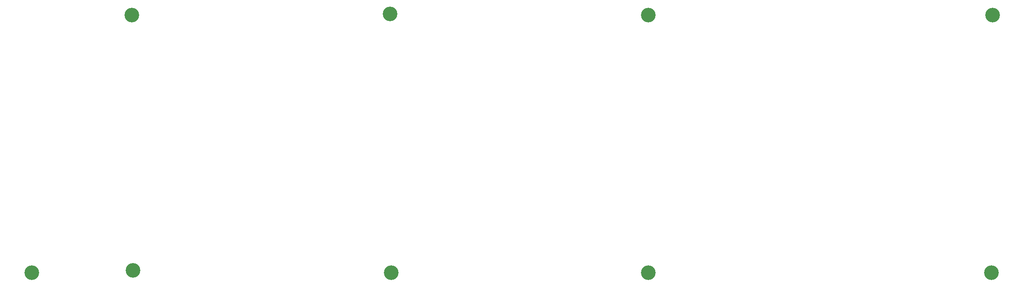
<source format=gbr>
%TF.GenerationSoftware,KiCad,Pcbnew,(5.1.6-0-10_14)*%
%TF.CreationDate,2021-04-03T15:30:38+02:00*%
%TF.ProjectId,Mech50-base,4d656368-3530-42d6-9261-73652e6b6963,rev?*%
%TF.SameCoordinates,Original*%
%TF.FileFunction,Soldermask,Top*%
%TF.FilePolarity,Negative*%
%FSLAX46Y46*%
G04 Gerber Fmt 4.6, Leading zero omitted, Abs format (unit mm)*
G04 Created by KiCad (PCBNEW (5.1.6-0-10_14)) date 2021-04-03 15:30:38*
%MOMM*%
%LPD*%
G01*
G04 APERTURE LIST*
%ADD10C,3.200000*%
G04 APERTURE END LIST*
D10*
%TO.C,H3*%
X211582000Y-70612000D03*
%TD*%
%TO.C,H13*%
X76962000Y-127000000D03*
%TD*%
%TO.C,H12*%
X286512000Y-127000000D03*
%TD*%
%TO.C,H5*%
X286766000Y-70612000D03*
%TD*%
%TO.C,H10*%
X99060000Y-126492000D03*
%TD*%
%TO.C,H4*%
X211582000Y-127000000D03*
%TD*%
%TO.C,H2*%
X98806000Y-70612000D03*
%TD*%
%TO.C,H1*%
X155194000Y-70358000D03*
%TD*%
%TO.C,H11*%
X155448000Y-127000000D03*
%TD*%
M02*

</source>
